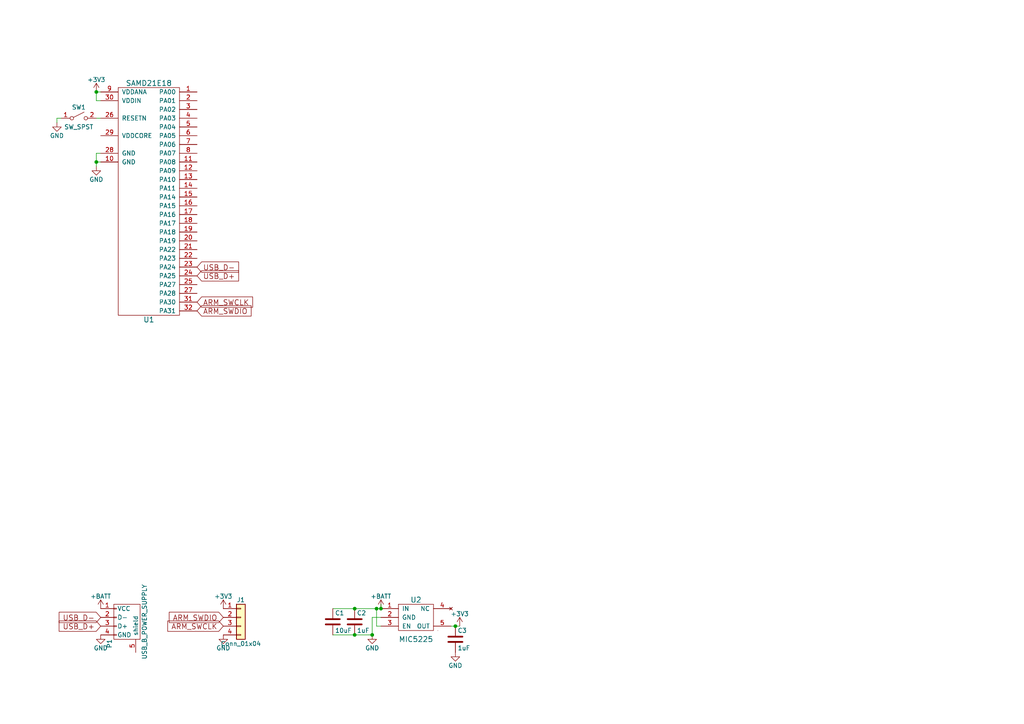
<source format=kicad_sch>
(kicad_sch (version 20230121) (generator eeschema)
  (paper "A4")
  (lib_symbols
    (symbol "arm-template-rescue:+3V3" (power) (pin_names (offset 0))
      (property "Value" "+3V3" (at 0 3.556 0))
      (symbol "+3V3_0_1"
        (polyline (pts (xy -0.762 1.27) (xy 0 2.54)))
        (polyline (pts (xy 0 0) (xy 0 2.54)))
        (polyline (pts (xy 0 2.54) (xy 0.762 1.27)))
      )
      (symbol "+3V3_1_1"
        (pin power_in line (at 0 0 90) (length 0) hide (name "+3V3") (number "1"))
      )
    )
    (symbol "arm-template-rescue:+BATT" (power) (pin_names (offset 0))
      (property "Value" "+BATT" (at 0 3.556 0))
      (symbol "+BATT_0_1"
        (polyline (pts (xy -0.762 1.27) (xy 0 2.54)))
        (polyline (pts (xy 0 0) (xy 0 2.54)))
        (polyline (pts (xy 0 2.54) (xy 0.762 1.27)))
      )
      (symbol "+BATT_1_1"
        (pin power_in line (at 0 0 90) (length 0) hide (name "+BATT") (number "1"))
      )
    )
    (symbol "arm-template-rescue:C" (pin_numbers hide) (pin_names (offset 0.254))
      (property "Reference" "C" (at 0.635 2.54 0))
      (property "Value" "C" (at 0.635 -2.54 0))
      (symbol "C_0_1"
        (polyline (pts (xy -2.032 -0.762) (xy 2.032 -0.762)) (stroke (width 0.508)))
        (polyline (pts (xy -2.032 0.762) (xy 2.032 0.762)) (stroke (width 0.508)))
      )
      (symbol "C_1_1"
        (pin passive line (at 0 3.81 270) (length 2.794) (name "~") (number "1"))
        (pin passive line (at 0 -3.81 90) (length 2.794) (name "~") (number "2"))
      )
    )
    (symbol "arm-template-rescue:Conn_01x04" (pin_names (offset 1.016) hide)
      (property "Reference" "J" (at 0 5.08 0))
      (property "Value" "Conn_01x04" (at 0 -7.62 0))
      (symbol "Conn_01x04_1_1"
        (rectangle (start -1.27 -4.953) (end 0 -5.207) (stroke (width 0.1524)))
        (rectangle (start -1.27 -2.413) (end 0 -2.667) (stroke (width 0.1524)))
        (rectangle (start -1.27 0.127) (end 0 -0.127) (stroke (width 0.1524)))
        (rectangle (start -1.27 2.667) (end 0 2.413) (stroke (width 0.1524)))
        (rectangle (start -1.27 3.81) (end 1.27 -6.35) (stroke (width 0.254)) (fill (type background)))
        (pin passive line (at -5.08 2.54 0) (length 3.81) (name "Pin_1") (number "1"))
        (pin passive line (at -5.08 0 0) (length 3.81) (name "Pin_2") (number "2"))
        (pin passive line (at -5.08 -2.54 0) (length 3.81) (name "Pin_3") (number "3"))
        (pin passive line (at -5.08 -5.08 0) (length 3.81) (name "Pin_4") (number "4"))
      )
    )
    (symbol "arm-template-rescue:GND" (power) (pin_names (offset 0))
      (property "Value" "GND" (at 0 -3.81 0))
      (symbol "GND_0_1"
        (polyline (pts (xy 0 0) (xy 0 -1.27) (xy 1.27 -1.27) (xy 0 -2.54) (xy -1.27 -1.27) (xy 0 -1.27)))
      )
      (symbol "GND_1_1"
        (pin power_in line (at 0 0 270) (length 0) hide (name "GND") (number "1"))
      )
    )
    (symbol "arm-template-rescue:MIC5225" (pin_names (offset 1.016))
      (property "Reference" "U" (at 0 10.16 0))
      (property "Value" "MIC5225" (at 0 -1.27 0))
      (symbol "MIC5225_0_1"
        (rectangle (start -5.08 8.89) (end -5.08 8.89))
        (rectangle (start 5.08 1.27) (end -5.08 8.89))
        (rectangle (start 6.35 1.27) (end 6.35 1.27))
      )
      (symbol "MIC5225_1_1"
        (pin input line (at -10.16 7.62 0) (length 5.08) (name "IN") (number "1"))
        (pin input line (at -10.16 5.08 0) (length 5.08) (name "GND") (number "2"))
        (pin input line (at -10.16 2.54 0) (length 5.08) (name "EN") (number "3"))
        (pin no_connect line (at 10.16 7.62 180) (length 5.08) (name "NC") (number "4"))
        (pin output line (at 10.16 2.54 180) (length 5.08) (name "OUT") (number "5"))
      )
    )
    (symbol "arm-template-rescue:SAMD21E18" (pin_names (offset 1.016))
      (property "Reference" "U" (at -2.54 -36.83 0))
      (property "Value" "SAMD21E18" (at -2.54 31.75 0))
      (symbol "SAMD21E18_0_1"
        (rectangle (start -11.43 30.48) (end 6.35 -35.56))
      )
      (symbol "SAMD21E18_1_1"
        (pin bidirectional line (at 11.43 29.21 180) (length 5.08) (name "PA00") (number "1"))
        (pin power_in line (at -16.51 8.89 0) (length 5.08) (name "GND") (number "10"))
        (pin bidirectional line (at 11.43 8.89 180) (length 5.08) (name "PA08") (number "11"))
        (pin bidirectional line (at 11.43 6.35 180) (length 5.08) (name "PA09") (number "12"))
        (pin bidirectional line (at 11.43 3.81 180) (length 5.08) (name "PA10") (number "13"))
        (pin bidirectional line (at 11.43 1.27 180) (length 5.08) (name "PA11") (number "14"))
        (pin bidirectional line (at 11.43 -1.27 180) (length 5.08) (name "PA14") (number "15"))
        (pin bidirectional line (at 11.43 -3.81 180) (length 5.08) (name "PA15") (number "16"))
        (pin bidirectional line (at 11.43 -6.35 180) (length 5.08) (name "PA16") (number "17"))
        (pin bidirectional line (at 11.43 -8.89 180) (length 5.08) (name "PA17") (number "18"))
        (pin bidirectional line (at 11.43 -11.43 180) (length 5.08) (name "PA18") (number "19"))
        (pin bidirectional line (at 11.43 26.67 180) (length 5.08) (name "PA01") (number "2"))
        (pin bidirectional line (at 11.43 -13.97 180) (length 5.08) (name "PA19") (number "20"))
        (pin bidirectional line (at 11.43 -16.51 180) (length 5.08) (name "PA22") (number "21"))
        (pin bidirectional line (at 11.43 -19.05 180) (length 5.08) (name "PA23") (number "22"))
        (pin bidirectional line (at 11.43 -21.59 180) (length 5.08) (name "PA24") (number "23"))
        (pin bidirectional line (at 11.43 -24.13 180) (length 5.08) (name "PA25") (number "24"))
        (pin bidirectional line (at 11.43 -26.67 180) (length 5.08) (name "PA27") (number "25"))
        (pin input line (at -16.51 21.59 0) (length 5.08) (name "RESETN") (number "26"))
        (pin bidirectional line (at 11.43 -29.21 180) (length 5.08) (name "PA28") (number "27"))
        (pin power_in line (at -16.51 11.43 0) (length 5.08) (name "GND") (number "28"))
        (pin output line (at -16.51 16.51 0) (length 5.08) (name "VDDCORE") (number "29"))
        (pin bidirectional line (at 11.43 24.13 180) (length 5.08) (name "PA02") (number "3"))
        (pin power_in line (at -16.51 26.67 0) (length 5.08) (name "VDDIN") (number "30"))
        (pin bidirectional line (at 11.43 -31.75 180) (length 5.08) (name "PA30") (number "31"))
        (pin bidirectional line (at 11.43 -34.29 180) (length 5.08) (name "PA31") (number "32"))
        (pin bidirectional line (at 11.43 21.59 180) (length 5.08) (name "PA03") (number "4"))
        (pin bidirectional line (at 11.43 19.05 180) (length 5.08) (name "PA04") (number "5"))
        (pin bidirectional line (at 11.43 16.51 180) (length 5.08) (name "PA05") (number "6"))
        (pin bidirectional line (at 11.43 13.97 180) (length 5.08) (name "PA06") (number "7"))
        (pin bidirectional line (at 11.43 11.43 180) (length 5.08) (name "PA07") (number "8"))
        (pin power_in line (at -16.51 29.21 0) (length 5.08) (name "VDDANA") (number "9"))
      )
    )
    (symbol "arm-template-rescue:SW_SPST" (pin_names (offset 0) hide)
      (property "Reference" "SW" (at 0 3.175 0))
      (property "Value" "SW_SPST" (at 0 -2.54 0))
      (symbol "SW_SPST_0_0"
        (circle (center -2.032 0) (radius 0.508))
        (polyline (pts (xy -1.524 0.254) (xy 1.524 1.778)))
        (circle (center 2.032 0) (radius 0.508))
      )
      (symbol "SW_SPST_1_1"
        (pin passive line (at -5.08 0 0) (length 2.54) (name "A") (number "1"))
        (pin passive line (at 5.08 0 180) (length 2.54) (name "B") (number "2"))
      )
    )
    (symbol "arm-template-rescue:USB_B_POWER_SUPPLY" (pin_names (offset 1.016))
      (property "Reference" "P" (at 5.08 -5.08 0))
      (property "Value" "USB_B_POWER_SUPPLY" (at -1.27 5.08 0))
      (symbol "USB_B_POWER_SUPPLY_0_1"
        (rectangle (start -6.35 -3.81) (end 3.81 3.81))
        (rectangle (start -5.207 -3.81) (end -4.953 -3.048))
        (rectangle (start -2.667 -3.81) (end -2.413 -3.048))
        (rectangle (start -0.127 -3.81) (end 0.127 -3.048))
        (rectangle (start 2.413 -3.81) (end 2.667 -3.048))
      )
      (symbol "USB_B_POWER_SUPPLY_1_1"
        (pin power_out line (at -5.08 -7.62 90) (length 3.81) (name "VCC") (number "1"))
        (pin passive line (at -2.54 -7.62 90) (length 3.81) (name "D-") (number "2"))
        (pin passive line (at 0 -7.62 90) (length 3.81) (name "D+") (number "3"))
        (pin power_out line (at 2.54 -7.62 90) (length 3.81) (name "GND") (number "4"))
        (pin passive line (at 7.62 2.54 180) (length 3.81) (name "shield") (number "5"))
      )
    )
  )
  (junction (at 109.22 176.53))
  (junction (at 132.08 181.61))
  (junction (at 110.49 176.53))
  (junction (at 102.87 176.53))
  (junction (at 27.94 46.99))
  (junction (at 27.94 26.67))
  (junction (at 107.95 184.15))
  (junction (at 102.87 184.15))
  (wire (pts (xy 132.08 181.61) (xy 133.35 181.61)))
  (wire (pts (xy 27.94 26.67) (xy 29.21 26.67)))
  (wire (pts (xy 110.49 176.53) (xy 110.49 175.26)))
  (wire (pts (xy 27.94 46.99) (xy 27.94 48.26)))
  (wire (pts (xy 109.22 181.61) (xy 110.49 181.61)))
  (wire (pts (xy 27.94 44.45) (xy 27.94 46.99)))
  (wire (pts (xy 130.81 181.61) (xy 132.08 181.61)))
  (wire (pts (xy 29.21 46.99) (xy 27.94 46.99)))
  (wire (pts (xy 107.95 184.15) (xy 107.95 179.07)))
  (wire (pts (xy 27.94 29.21) (xy 29.21 29.21)))
  (wire (pts (xy 16.51 34.29) (xy 17.78 34.29)))
  (wire (pts (xy 109.22 176.53) (xy 110.49 176.53)))
  (wire (pts (xy 102.87 184.15) (xy 107.95 184.15)))
  (wire (pts (xy 96.52 176.53) (xy 102.87 176.53)))
  (wire (pts (xy 27.94 26.67) (xy 27.94 29.21)))
  (wire (pts (xy 107.95 179.07) (xy 110.49 179.07)))
  (wire (pts (xy 109.22 176.53) (xy 109.22 181.61)))
  (wire (pts (xy 102.87 176.53) (xy 109.22 176.53)))
  (wire (pts (xy 29.21 34.29) (xy 27.94 34.29)))
  (wire (pts (xy 96.52 184.15) (xy 102.87 184.15)))
  (wire (pts (xy 29.21 44.45) (xy 27.94 44.45)))
  (wire (pts (xy 16.51 34.29) (xy 16.51 35.56)))
  (global_label "USB_D+" (shape input) (at 57.15 80.01 0) (effects (font (size 1.524 1.524))) (property "Intersheetrefs" "${INTERSHEET_REFS}" (effects hide)))
  (global_label "ARM_SWDIO" (shape input) (at 57.15 90.17 0) (effects (font (size 1.524 1.524))) (property "Intersheetrefs" "${INTERSHEET_REFS}" (effects hide)))
  (global_label "USB_D-" (shape input) (at 29.21 179.07 180) (effects (font (size 1.524 1.524))) (property "Intersheetrefs" "${INTERSHEET_REFS}" (effects hide)))
  (global_label "ARM_SWCLK" (shape input) (at 57.15 87.63 0) (effects (font (size 1.524 1.524))) (property "Intersheetrefs" "${INTERSHEET_REFS}" (effects hide)))
  (global_label "ARM_SWDIO" (shape input) (at 64.77 179.07 180) (effects (font (size 1.524 1.524))) (property "Intersheetrefs" "${INTERSHEET_REFS}" (effects hide)))
  (global_label "USB_D-" (shape input) (at 57.15 77.47 0) (effects (font (size 1.524 1.524))) (property "Intersheetrefs" "${INTERSHEET_REFS}" (effects hide)))
  (global_label "USB_D+" (shape input) (at 29.21 181.61 180) (effects (font (size 1.524 1.524))) (property "Intersheetrefs" "${INTERSHEET_REFS}" (effects hide)))
  (global_label "ARM_SWCLK" (shape input) (at 64.77 181.61 180) (effects (font (size 1.524 1.524))) (property "Intersheetrefs" "${INTERSHEET_REFS}" (effects hide)))
  (symbol (lib_id "arm-template-rescue:SAMD21E18") (at 45.72 55.88 0) (unit 1)
    (property "Reference" "U1" (at 43.18 92.71 0) (effects (font (size 1.524 1.524))))
    (property "Value" "SAMD21E18" (at 43.18 24.13 0) (effects (font (size 1.524 1.524))))
    (property "Footprint" "homebrew:TQFP32-08" (effects hide))
  )
  (symbol (lib_id "arm-template-rescue:+3V3") (at 27.94 26.67 0) (unit 1)
    (property "Reference" "#PWR01" (effects hide))
    (property "Value" "+3V3" (at 27.94 23.114 0))
  )
  (symbol (lib_id "arm-template-rescue:GND") (at 27.94 48.26 0) (unit 1)
    (property "Reference" "#PWR02" (effects hide))
    (property "Value" "GND" (at 27.94 52.07 0))
  )
  (symbol (lib_id "arm-template-rescue:SW_SPST") (at 22.86 34.29 0) (unit 1)
    (property "Reference" "SW1" (at 22.86 31.115 0))
    (property "Value" "SW_SPST" (at 22.86 36.83 0))
  )
  (symbol (lib_id "arm-template-rescue:GND") (at 16.51 35.56 0) (unit 1)
    (property "Reference" "#PWR03" (effects hide))
    (property "Value" "GND" (at 16.51 39.37 0))
  )
  (symbol (lib_id "arm-template-rescue:USB_B_POWER_SUPPLY") (at 36.83 181.61 270) (unit 1)
    (property "Reference" "P1" (at 31.75 186.69 0))
    (property "Value" "USB_B_POWER_SUPPLY" (at 41.91 180.34 0))
  )
  (symbol (lib_id "arm-template-rescue:GND") (at 29.21 184.15 0) (unit 1)
    (property "Reference" "#PWR04" (effects hide))
    (property "Value" "GND" (at 29.21 187.96 0))
  )
  (symbol (lib_id "arm-template-rescue:Conn_01x04") (at 69.85 179.07 0) (unit 1)
    (property "Reference" "J1" (at 69.85 173.99 0))
    (property "Value" "Conn_01x04" (at 69.85 186.69 0))
    (property "Footprint" "Pin_Headers:Pin_Header_Straight_1x04_Pitch2.54mm" (effects hide))
  )
  (symbol (lib_id "arm-template-rescue:GND") (at 64.77 184.15 0) (unit 1)
    (property "Reference" "#PWR05" (effects hide))
    (property "Value" "GND" (at 64.77 187.96 0))
  )
  (symbol (lib_id "arm-template-rescue:+3V3") (at 64.77 176.53 0) (unit 1)
    (property "Reference" "#PWR06" (effects hide))
    (property "Value" "+3V3" (at 64.77 172.974 0))
  )
  (symbol (lib_id "arm-template-rescue:MIC5225") (at 120.65 184.15 0) (unit 1)
    (property "Reference" "U2" (at 120.65 173.99 0) (effects (font (size 1.524 1.524))))
    (property "Value" "MIC5225" (at 120.65 185.42 0) (effects (font (size 1.524 1.524))))
    (property "Footprint" "TO_SOT_Packages_SMD:SOT-23-5" (effects hide))
  )
  (symbol (lib_id "arm-template-rescue:GND") (at 107.95 184.15 0) (unit 1)
    (property "Reference" "#PWR07" (effects hide))
    (property "Value" "GND" (at 107.95 187.96 0))
  )
  (symbol (lib_id "arm-template-rescue:+BATT") (at 29.21 176.53 0) (unit 1)
    (property "Reference" "#PWR08" (effects hide))
    (property "Value" "+BATT" (at 29.21 172.974 0))
  )
  (symbol (lib_id "arm-template-rescue:+BATT") (at 110.49 176.53 0) (unit 1)
    (property "Reference" "#PWR09" (effects hide))
    (property "Value" "+BATT" (at 110.49 172.974 0))
  )
  (symbol (lib_id "arm-template-rescue:C") (at 102.87 180.34 0) (unit 1)
    (property "Reference" "C2" (at 103.505 177.8 0) (effects (justify left)))
    (property "Value" "1uF" (at 103.505 182.88 0) (effects (justify left)))
    (property "Footprint" "Capacitors_SMD:C_0603" (effects hide))
  )
  (symbol (lib_id "arm-template-rescue:C") (at 96.52 180.34 0) (unit 1)
    (property "Reference" "C1" (at 97.155 177.8 0) (effects (justify left)))
    (property "Value" "10uF" (at 97.155 182.88 0) (effects (justify left)))
    (property "Footprint" "Capacitors_SMD:C_0805" (effects hide))
  )
  (symbol (lib_id "arm-template-rescue:C") (at 132.08 185.42 0) (unit 1)
    (property "Reference" "C3" (at 132.715 182.88 0) (effects (justify left)))
    (property "Value" "1uF" (at 132.715 187.96 0) (effects (justify left)))
    (property "Footprint" "Capacitors_SMD:C_0603" (effects hide))
  )
  (symbol (lib_id "arm-template-rescue:GND") (at 132.08 189.23 0) (unit 1)
    (property "Reference" "#PWR010" (effects hide))
    (property "Value" "GND" (at 132.08 193.04 0))
  )
  (symbol (lib_id "arm-template-rescue:+3V3") (at 133.35 181.61 0) (unit 1)
    (property "Reference" "#PWR011" (effects hide))
    (property "Value" "+3V3" (at 133.35 178.054 0))
  )
)
</source>
